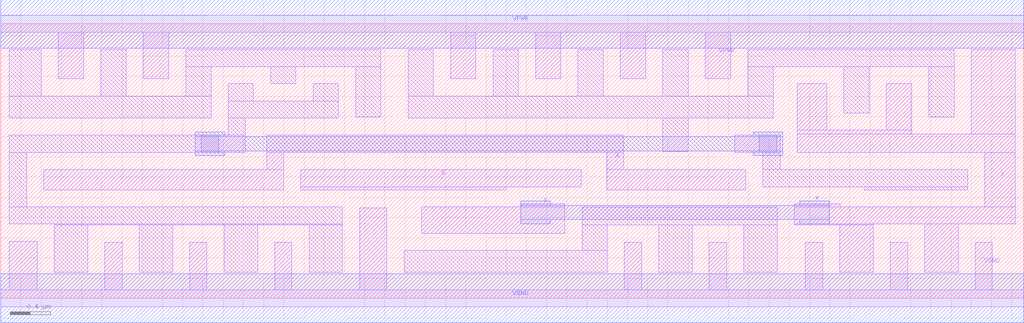
<source format=lef>
# Copyright 2020 The SkyWater PDK Authors
#
# Licensed under the Apache License, Version 2.0 (the "License");
# you may not use this file except in compliance with the License.
# You may obtain a copy of the License at
#
#     https://www.apache.org/licenses/LICENSE-2.0
#
# Unless required by applicable law or agreed to in writing, software
# distributed under the License is distributed on an "AS IS" BASIS,
# WITHOUT WARRANTIES OR CONDITIONS OF ANY KIND, either express or implied.
# See the License for the specific language governing permissions and
# limitations under the License.
#
# SPDX-License-Identifier: Apache-2.0

VERSION 5.5 ;
NAMESCASESENSITIVE ON ;
BUSBITCHARS "[]" ;
DIVIDERCHAR "/" ;
MACRO sky130_fd_sc_hd__xor2_4
  CLASS CORE ;
  SOURCE USER ;
  ORIGIN  0.000000  0.000000 ;
  SIZE  10.12000 BY  2.720000 ;
  SYMMETRY X Y R90 ;
  SITE unithd ;
  PIN A
    ANTENNAGATEAREA  1.980000 ;
    DIRECTION INPUT ;
    USE SIGNAL ;
    PORT
      LAYER li1 ;
        RECT 0.425000 1.075000 2.800000 1.275000 ;
        RECT 2.630000 1.275000 2.800000 1.445000 ;
        RECT 2.630000 1.445000 6.165000 1.615000 ;
        RECT 5.995000 1.075000 7.370000 1.275000 ;
        RECT 5.995000 1.275000 6.165000 1.445000 ;
    END
  END A
  PIN B
    ANTENNAGATEAREA  1.980000 ;
    DIRECTION INPUT ;
    USE SIGNAL ;
    PORT
      LAYER li1 ;
        RECT 2.970000 1.075000 5.000000 1.105000 ;
        RECT 2.970000 1.105000 5.740000 1.275000 ;
    END
  END B
  PIN X
    ANTENNAPARTIALMETALSIDEAREA  2.359000 ;
    DIRECTION OUTPUT ;
    USE SIGNAL ;
    PORT
      LAYER li1 ;
        RECT 4.165000 0.645000 5.580000 0.905000 ;
        RECT 5.150000 0.905000 5.580000 0.935000 ;
    END
    PORT
      LAYER li1 ;
        RECT 7.850000 0.725000  8.630000 0.735000 ;
        RECT 7.850000 0.735000 10.035000 0.905000 ;
        RECT 7.850000 0.905000  8.305000 0.935000 ;
        RECT 7.880000 1.445000 10.035000 1.625000 ;
        RECT 7.880000 1.625000  9.010000 1.665000 ;
        RECT 7.880000 1.665000  8.170000 2.125000 ;
        RECT 8.300000 0.255000  8.630000 0.725000 ;
        RECT 8.760000 1.665000  9.010000 2.125000 ;
        RECT 9.140000 0.255000  9.470000 0.735000 ;
        RECT 9.600000 1.625000 10.035000 2.465000 ;
        RECT 9.735000 0.905000 10.035000 1.445000 ;
    END
    PORT
      LAYER met1 ;
        RECT 5.145000 0.735000 5.435000 0.780000 ;
        RECT 5.145000 0.780000 8.195000 0.920000 ;
        RECT 5.145000 0.920000 5.435000 0.965000 ;
        RECT 7.905000 0.735000 8.195000 0.780000 ;
        RECT 7.905000 0.920000 8.195000 0.965000 ;
    END
  END X
  PIN VGND
    DIRECTION INOUT ;
    SHAPE ABUTMENT ;
    USE GROUND ;
    PORT
      LAYER li1 ;
        RECT 0.000000 -0.085000 10.120000 0.085000 ;
        RECT 0.085000  0.085000  0.360000 0.565000 ;
        RECT 1.030000  0.085000  1.200000 0.555000 ;
        RECT 1.870000  0.085000  2.040000 0.555000 ;
        RECT 2.710000  0.085000  2.880000 0.555000 ;
        RECT 3.550000  0.085000  3.820000 0.895000 ;
        RECT 6.170000  0.085000  6.340000 0.555000 ;
        RECT 7.010000  0.085000  7.180000 0.555000 ;
        RECT 7.960000  0.085000  8.130000 0.555000 ;
        RECT 8.800000  0.085000  8.970000 0.555000 ;
        RECT 9.640000  0.085000  9.810000 0.555000 ;
    END
    PORT
      LAYER met1 ;
        RECT 0.000000 -0.240000 10.120000 0.240000 ;
    END
  END VGND
  PIN VPWR
    DIRECTION INOUT ;
    SHAPE ABUTMENT ;
    USE POWER ;
    PORT
      LAYER li1 ;
        RECT 0.000000 2.635000 10.120000 2.805000 ;
        RECT 0.570000 2.175000  0.820000 2.635000 ;
        RECT 1.410000 2.175000  1.660000 2.635000 ;
        RECT 4.450000 2.175000  4.700000 2.635000 ;
        RECT 5.290000 2.175000  5.540000 2.635000 ;
        RECT 6.130000 2.175000  6.380000 2.635000 ;
        RECT 6.970000 2.175000  7.220000 2.635000 ;
    END
    PORT
      LAYER met1 ;
        RECT 0.000000 2.480000 10.120000 2.960000 ;
    END
  END VPWR
  OBS
    LAYER li1 ;
      RECT 0.085000 0.735000 3.380000 0.905000 ;
      RECT 0.085000 0.905000 0.255000 1.445000 ;
      RECT 0.085000 1.445000 2.420000 1.615000 ;
      RECT 0.085000 1.785000 2.080000 2.005000 ;
      RECT 0.085000 2.005000 0.400000 2.465000 ;
      RECT 0.530000 0.255000 0.860000 0.725000 ;
      RECT 0.530000 0.725000 3.380000 0.735000 ;
      RECT 0.990000 2.005000 1.240000 2.465000 ;
      RECT 1.370000 0.255000 1.700000 0.725000 ;
      RECT 1.830000 2.005000 2.080000 2.295000 ;
      RECT 1.830000 2.295000 3.760000 2.465000 ;
      RECT 2.210000 0.255000 2.540000 0.725000 ;
      RECT 2.250000 1.615000 2.420000 1.785000 ;
      RECT 2.250000 1.785000 3.340000 1.955000 ;
      RECT 2.250000 1.955000 2.500000 2.125000 ;
      RECT 2.670000 2.125000 2.920000 2.295000 ;
      RECT 3.050000 0.255000 3.380000 0.725000 ;
      RECT 3.090000 1.955000 3.340000 2.125000 ;
      RECT 3.510000 1.795000 3.760000 2.295000 ;
      RECT 3.990000 0.255000 6.000000 0.475000 ;
      RECT 4.030000 1.785000 7.640000 2.005000 ;
      RECT 4.030000 2.005000 4.280000 2.465000 ;
      RECT 4.870000 2.005000 5.120000 2.465000 ;
      RECT 5.710000 2.005000 5.960000 2.465000 ;
      RECT 5.750000 0.475000 6.000000 0.725000 ;
      RECT 5.750000 0.725000 7.680000 0.905000 ;
      RECT 6.510000 0.255000 6.840000 0.725000 ;
      RECT 6.550000 1.455000 6.800000 1.785000 ;
      RECT 6.550000 2.005000 6.800000 2.465000 ;
      RECT 7.260000 1.445000 7.710000 1.615000 ;
      RECT 7.350000 0.255000 7.680000 0.725000 ;
      RECT 7.390000 2.005000 7.640000 2.295000 ;
      RECT 7.390000 2.295000 9.430000 2.465000 ;
      RECT 7.540000 1.105000 9.565000 1.275000 ;
      RECT 7.540000 1.275000 7.710000 1.445000 ;
      RECT 8.340000 1.835000 8.590000 2.295000 ;
      RECT 8.540000 1.075000 9.565000 1.105000 ;
      RECT 9.180000 1.795000 9.430000 2.295000 ;
    LAYER mcon ;
      RECT 1.985000 1.445000 2.155000 1.615000 ;
      RECT 7.505000 1.445000 7.675000 1.615000 ;
    LAYER met1 ;
      RECT 1.925000 1.415000 2.215000 1.460000 ;
      RECT 1.925000 1.460000 7.735000 1.600000 ;
      RECT 1.925000 1.600000 2.215000 1.645000 ;
      RECT 7.445000 1.415000 7.735000 1.460000 ;
      RECT 7.445000 1.600000 7.735000 1.645000 ;
  END
END sky130_fd_sc_hd__xor2_4

</source>
